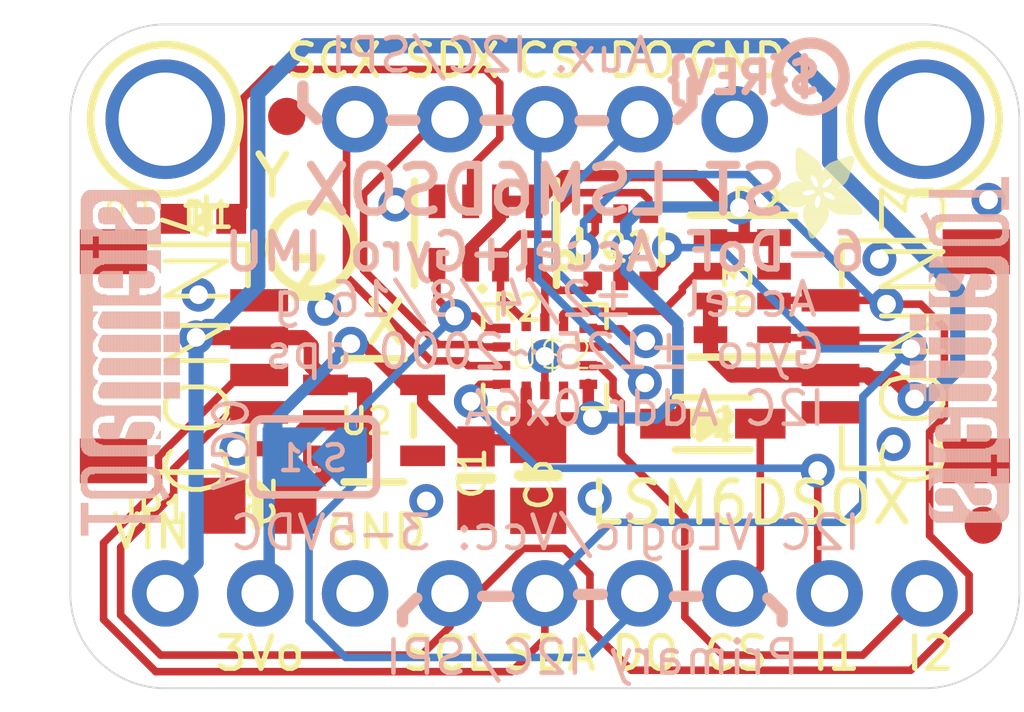
<source format=kicad_pcb>
(kicad_pcb (version 20241229) (generator "pcbnew") (generator_version "9.0")
  (layers (0 "F.Cu" signal) (2 "B.Cu" signal) (13 "F.Paste" user) (15 "B.Paste" user) (5 "F.SilkS" user "F.Silkscreen") (7 "B.SilkS" user "B.Silkscreen") (1 "F.Mask" user) (3 "B.Mask" user) (25 "Edge.Cuts" user))
  (net 0 "")
  (net 1 "GND")
  (net 2 "SDA")
  (net 3 "SCL")
  (net 4 "SCL_3V")
  (net 5 "SDA_3V")
  (net 6 "3.3V")
  (net 7 "VCC")
  (net 8 "N$1")
  (net 9 "INT1")
  (net 10 "INT2")
  (net 11 "SDO")
  (net 12 "SDX")
  (net 13 "SCX")
  (net 14 "OCS_AUX")
  (net 15 "SDO_AUX")
  (net 16 "CS_5V")
  (net 17 "CS_3V")
  (footprint "Adafruit_LSM6DSOX:SOD-323" (layer "F.Cu") (at 152.9969 106.807 180)
    (property "Reference" "D2" (at -0.719 0.397 0) (layer "F.SilkS") (effects (font (size 0.692831 0.692831) (thickness 0.119969)) (justify right top)))
    (property "Value" "1N4148")
    (pad "A" smd rect (at 1.27 0 180) (size 1.35 0.8) (layers "F.Cu" "F.Mask" "F.Paste") (net 17 "CS_3V"))
    (pad "C" smd rect (at -1.27 0 180) (size 1.35 0.8) (layers "F.Cu" "F.Mask" "F.Paste") (net 16 "CS_5V"))
  )
  (footprint "Adafruit_LSM6DSOX:0603-NO" (layer "F.Cu") (at 146.6596 108.2675 -90)
    (property "Reference" "C1" (at -0.889 0.508 90) (layer "F.SilkS") (effects (font (size 0.692831 0.692831) (thickness 0.119969)) (justify right top)))
    (property "Value" "0.1uF")
    (pad "1" smd rect (at -0.85 0 270) (size 1.075 1) (layers "F.Cu" "F.Mask" "F.Paste") (net 6 "3.3V"))
    (pad "2" smd rect (at 0.85 0 270) (size 1.075 1) (layers "F.Cu" "F.Mask" "F.Paste") (net 1 "GND"))
  )
  (footprint "Adafruit_LSM6DSOX:ADAFRUIT_2.5MM" (layer "F.Cu") (at 157.0101 99.4156 180)
    (property "Reference" "U$9" (hide yes))
    (property "Value" "" (hide yes))
  )
  (footprint "Adafruit_LSM6DSOX:0805-NO" (layer "F.Cu") (at 140.8176 109.0041 180)
    (property "Reference" "C2" (at -0.508 -0.635 90) (layer "F.SilkS") (effects (font (size 0.692831 0.692831) (thickness 0.119969)) (justify left bottom)))
    (property "Value" "10uF")
    (pad "1" smd rect (at -0.95 0 180) (size 1.24 1.5) (layers "F.Cu" "F.Mask" "F.Paste") (net 7 "VCC"))
    (pad "2" smd rect (at 0.95 0 180) (size 1.24 1.5) (layers "F.Cu" "F.Mask" "F.Paste") (net 1 "GND"))
  )
  (footprint "Adafruit_LSM6DSOX:JST_SH4" (layer "F.Cu") (at 158.6611 105.0036 90)
    (property "Reference" "CONN3" (at -3.711 0.704 90) (layer "F.SilkS") (effects (font (size 1.647139 1.647139) (thickness 0.130861)) (justify left bottom)))
    (property "Value" "STEMMA_I2C_QT" (hide yes))
    (pad "1" smd rect (at -1.5 -2.514 180) (size 1.55 0.6) (layers "F.Cu" "F.Mask" "F.Paste") (net 1 "GND"))
    (pad "2" smd rect (at -0.5 -2.514 180) (size 1.55 0.6) (layers "F.Cu" "F.Mask" "F.Paste") (net 7 "VCC"))
    (pad "3" smd rect (at 0.5 -2.514 180) (size 1.55 0.6) (layers "F.Cu" "F.Mask" "F.Paste") (net 2 "SDA"))
    (pad "4" smd rect (at 1.5 -2.514 180) (size 1.55 0.6) (layers "F.Cu" "F.Mask" "F.Paste") (net 3 "SCL"))
    (pad "MT1" smd rect (at -2.8 1.386 180) (size 1.8 1.2) (layers "F.Cu" "F.Mask" "F.Paste"))
    (pad "MT2" smd rect (at 2.8 1.386 180) (size 1.8 1.2) (layers "F.Cu" "F.Mask" "F.Paste"))
  )
  (footprint "Adafruit_LSM6DSOX:MOUNTINGHOLE_2.5_PLATED" (layer "F.Cu") (at 138.3411 98.6536)
    (property "Reference" "U$1" (hide yes))
    (property "Value" "MOUNTINGHOLE2.5" (hide yes))
    (pad "P$1" thru_hole circle (at 0 0) (size 3.2 3.2) (drill 2.5) (layers "*.Cu" "*.Mask"))
  )
  (footprint "Adafruit_LSM6DSOX:LGA-14L" (layer "F.Cu") (at 148.5011 105.0036)
    (property "Reference" "U$2" (at -0.984 0.405 0) (layer "F.SilkS") (effects (font (size 0.752978 0.752978) (thickness 0.059822)) (justify left bottom)))
    (property "Value" "LSM6DSOX")
    (fp_text user "." (at -2.159 -1.524 0) (layer "F.SilkS") (effects (font (size 1.63576 1.63576) (thickness 0.14224)) (justify left bottom)))
    (pad "1" smd rect (at -1.1625 -0.75) (size 0.475 0.25) (layers "F.Cu" "F.Mask" "F.Paste") (net 11 "SDO"))
    (pad "2" smd rect (at -1.1625 -0.25) (size 0.475 0.25) (layers "F.Cu" "F.Mask" "F.Paste") (net 12 "SDX"))
    (pad "3" smd rect (at -1.1625 0.25) (size 0.475 0.25) (layers "F.Cu" "F.Mask" "F.Paste") (net 13 "SCX"))
    (pad "4" smd rect (at -1.1625 0.75) (size 0.475 0.25) (layers "F.Cu" "F.Mask" "F.Paste") (net 9 "INT1"))
    (pad "5" smd rect (at -0.5 0.9125 90) (size 0.475 0.25) (layers "F.Cu" "F.Mask" "F.Paste") (net 6 "3.3V"))
    (pad "6" smd rect (at 0 0.9125 90) (size 0.475 0.25) (layers "F.Cu" "F.Mask" "F.Paste") (net 1 "GND"))
    (pad "7" smd rect (at 0.5 0.9125 90) (size 0.475 0.25) (layers "F.Cu" "F.Mask" "F.Paste") (net 1 "GND"))
    (pad "8" smd rect (at 1.1625 0.75 180) (size 0.475 0.25) (layers "F.Cu" "F.Mask" "F.Paste") (net 6 "3.3V"))
    (pad "9" smd rect (at 1.1625 0.25 180) (size 0.475 0.25) (layers "F.Cu" "F.Mask" "F.Paste") (net 10 "INT2"))
    (pad "10" smd rect (at 1.1625 -0.25 180) (size 0.475 0.25) (layers "F.Cu" "F.Mask" "F.Paste") (net 14 "OCS_AUX"))
    (pad "11" smd rect (at 1.1625 -0.75 180) (size 0.475 0.25) (layers "F.Cu" "F.Mask" "F.Paste") (net 15 "SDO_AUX"))
    (pad "12" smd rect (at 0.5 -0.9125 270) (size 0.475 0.25) (layers "F.Cu" "F.Mask" "F.Paste") (net 17 "CS_3V"))
    (pad "13" smd rect (at 0 -0.9125 270) (size 0.475 0.25) (layers "F.Cu" "F.Mask" "F.Paste") (net 4 "SCL_3V"))
    (pad "14" smd rect (at -0.5 -0.9125 270) (size 0.475 0.25) (layers "F.Cu" "F.Mask" "F.Paste") (net 5 "SDA_3V"))
  )
  (footprint "Adafruit_LSM6DSOX:MOUNTINGHOLE_2.5_PLATED" (layer "F.Cu") (at 158.6611 98.6536)
    (property "Reference" "U$17" (hide yes))
    (property "Value" "MOUNTINGHOLE2.5" (hide yes))
    (pad "P$1" thru_hole circle (at 0 0) (size 3.2 3.2) (drill 2.5) (layers "*.Cu" "*.Mask"))
  )
  (footprint "Adafruit_LSM6DSOX:SOT23-5" (layer "F.Cu") (at 143.9291 106.7181 -90)
    (property "Reference" "U2" (at -0.381 -0.562 0) (layer "F.SilkS") (effects (font (size 0.692831 0.692831) (thickness 0.119969)) (justify right top)))
    (property "Value" "AP2112K-3.3")
    (pad "1" smd rect (at -0.95 1.3001 270) (size 0.55 1.2) (layers "F.Cu" "F.Mask" "F.Paste") (net 7 "VCC"))
    (pad "2" smd rect (at 0 1.3001 270) (size 0.55 1.2) (layers "F.Cu" "F.Mask" "F.Paste") (net 1 "GND"))
    (pad "3" smd rect (at 0.95 1.3001 270) (size 0.55 1.2) (layers "F.Cu" "F.Mask" "F.Paste") (net 7 "VCC"))
    (pad "4" smd rect (at 0.95 -1.3001 270) (size 0.55 1.2) (layers "F.Cu" "F.Mask" "F.Paste"))
    (pad "5" smd rect (at -0.95 -1.3001 270) (size 0.55 1.2) (layers "F.Cu" "F.Mask" "F.Paste") (net 6 "3.3V"))
  )
  (footprint "Adafruit_LSM6DSOX:JST_SH4" (layer "F.Cu") (at 138.3411 105.0036 -90)
    (property "Reference" "CONN4" (at -4.6 0.069 90) (layer "F.SilkS") (effects (font (size 1.647139 1.647139) (thickness 0.130861)) (justify right top)))
    (property "Value" "STEMMA_I2C_QT" (hide yes))
    (pad "1" smd rect (at -1.5 -2.514) (size 1.55 0.6) (layers "F.Cu" "F.Mask" "F.Paste") (net 1 "GND"))
    (pad "2" smd rect (at -0.5 -2.514) (size 1.55 0.6) (layers "F.Cu" "F.Mask" "F.Paste") (net 7 "VCC"))
    (pad "3" smd rect (at 0.5 -2.514) (size 1.55 0.6) (layers "F.Cu" "F.Mask" "F.Paste") (net 2 "SDA"))
    (pad "4" smd rect (at 1.5 -2.514) (size 1.55 0.6) (layers "F.Cu" "F.Mask" "F.Paste") (net 3 "SCL"))
    (pad "MT1" smd rect (at -2.8 1.386) (size 1.8 1.2) (layers "F.Cu" "F.Mask" "F.Paste"))
    (pad "MT2" smd rect (at 2.8 1.386) (size 1.8 1.2) (layers "F.Cu" "F.Mask" "F.Paste"))
  )
  (footprint "Adafruit_LSM6DSOX:RESPACK_4X0603" (layer "F.Cu") (at 146.9136 101.7016 180)
    (property "Reference" "R2" (at -1.6 -1.6 0) (layer "F.SilkS") (effects (font (size 0.692831 0.692831) (thickness 0.119969)) (justify right top)))
    (property "Value" "10K")
    (pad "1" smd rect (at -1.3 0.85 180) (size 0.45 0.9) (layers "F.Cu" "F.Mask" "F.Paste") (net 6 "3.3V"))
    (pad "2" smd rect (at -0.4 0.85 180) (size 0.45 0.9) (layers "F.Cu" "F.Mask" "F.Paste") (net 6 "3.3V"))
    (pad "3" smd rect (at 0.4 0.85 180) (size 0.45 0.9) (layers "F.Cu" "F.Mask" "F.Paste") (net 8 "N$1"))
    (pad "4" smd rect (at 1.3 0.85 180) (size 0.45 0.9) (layers "F.Cu" "F.Mask" "F.Paste") (net 1 "GND"))
    (pad "5" smd rect (at 1.3 -0.85 180) (size 0.45 0.9) (layers "F.Cu" "F.Mask" "F.Paste") (net 11 "SDO"))
    (pad "6" smd rect (at 0.4 -0.85 180) (size 0.45 0.9) (layers "F.Cu" "F.Mask" "F.Paste") (net 6 "3.3V"))
    (pad "7" smd rect (at -0.4 -0.85 180) (size 0.45 0.9) (layers "F.Cu" "F.Mask" "F.Paste") (net 5 "SDA_3V"))
    (pad "8" smd rect (at -1.3 -0.85 180) (size 0.45 0.9) (layers "F.Cu" "F.Mask" "F.Paste") (net 4 "SCL_3V"))
  )
  (footprint "Adafruit_LSM6DSOX:1X05_ROUND_70" (layer "F.Cu") (at 148.5011 98.6536 180)
    (property "Reference" "JP2" (at -6.4262 -1.8288 0) (layer "F.SilkS") (effects (font (size 0.692831 0.692831) (thickness 0.119969)) (justify right top)))
    (property "Value" "")
    (pad "1" thru_hole circle (at -5.08 0 270) (size 1.778 1.778) (drill 1) (layers "*.Cu" "*.Mask") (net 1 "GND"))
    (pad "2" thru_hole circle (at -2.54 0 270) (size 1.778 1.778) (drill 1) (layers "*.Cu" "*.Mask") (net 15 "SDO_AUX"))
    (pad "3" thru_hole circle (at 0 0 270) (size 1.778 1.778) (drill 1) (layers "*.Cu" "*.Mask") (net 14 "OCS_AUX"))
    (pad "4" thru_hole circle (at 2.54 0 270) (size 1.778 1.778) (drill 1) (layers "*.Cu" "*.Mask") (net 12 "SDX"))
    (pad "5" thru_hole circle (at 5.08 0 270) (size 1.778 1.778) (drill 1) (layers "*.Cu" "*.Mask") (net 13 "SCX"))
  )
  (footprint "Adafruit_LSM6DSOX:FIDUCIAL_1MM" (layer "F.Cu") (at 160.2359 109.5248)
    (property "Reference" "FID4" (hide yes))
    (property "Value" "FIDUCIAL_1MM" (hide yes))
    (pad "1" smd roundrect (at 0 0) (size 1 1) (layers "F.Cu" "F.Mask") (roundrect_rratio 0.5))
  )
  (footprint "Adafruit_LSM6DSOX:0805-NO" (layer "F.Cu") (at 148.3233 108.1913 -90)
    (property "Reference" "C3" (at -0.508 0.381 90) (layer "F.SilkS") (effects (font (size 0.692831 0.692831) (thickness 0.119969)) (justify right top)))
    (property "Value" "10uF")
    (pad "1" smd rect (at -0.95 0 270) (size 1.24 1.5) (layers "F.Cu" "F.Mask" "F.Paste") (net 6 "3.3V"))
    (pad "2" smd rect (at 0.95 0 270) (size 1.24 1.5) (layers "F.Cu" "F.Mask" "F.Paste") (net 1 "GND"))
  )
  (footprint "Adafruit_LSM6DSOX:RESPACK_4X0603" (layer "F.Cu") (at 153.7843 103.124 90)
    (property "Reference" "R3" (at -0.838 0.305 90) (layer "F.SilkS") (effects (font (size 0.692831 0.692831) (thickness 0.119969)) (justify left bottom)))
    (property "Value" "10K")
    (pad "1" smd rect (at -1.3 0.85 90) (size 0.45 0.9) (layers "F.Cu" "F.Mask" "F.Paste") (net 2 "SDA"))
    (pad "2" smd rect (at -0.4 0.85 90) (size 0.45 0.9) (layers "F.Cu" "F.Mask" "F.Paste") (net 3 "SCL"))
    (pad "3" smd rect (at 0.4 0.85 90) (size 0.45 0.9) (layers "F.Cu" "F.Mask" "F.Paste") (net 6 "3.3V"))
    (pad "4" smd rect (at 1.3 0.85 90) (size 0.45 0.9) (layers "F.Cu" "F.Mask" "F.Paste") (net 6 "3.3V"))
    (pad "5" smd rect (at 1.3 -0.85 90) (size 0.45 0.9) (layers "F.Cu" "F.Mask" "F.Paste") (net 6 "3.3V"))
    (pad "6" smd rect (at 0.4 -0.85 90) (size 0.45 0.9) (layers "F.Cu" "F.Mask" "F.Paste") (net 17 "CS_3V"))
    (pad "7" smd rect (at -0.4 -0.85 90) (size 0.45 0.9) (layers "F.Cu" "F.Mask" "F.Paste") (net 7 "VCC"))
    (pad "8" smd rect (at -1.3 -0.85 90) (size 0.45 0.9) (layers "F.Cu" "F.Mask" "F.Paste") (net 7 "VCC"))
  )
  (footprint "Adafruit_LSM6DSOX:CHIPLED_0603_NOOUTLINE" (layer "F.Cu") (at 139.3571 101.3206 90)
    (property "Reference" "D1" (at 0.508 0.889 0) (layer "F.SilkS") (effects (font (size 0.692831 0.692831) (thickness 0.119969)) (justify right top)))
    (property "Value" "GREEN")
    (pad "A" smd rect (at 0 0.75 90) (size 0.8 0.8) (layers "F.Cu" "F.Mask" "F.Paste") (net 8 "N$1"))
    (pad "C" smd rect (at 0 -0.75 90) (size 0.8 0.8) (layers "F.Cu" "F.Mask" "F.Paste") (net 1 "GND"))
  )
  (footprint "Adafruit_LSM6DSOX:FIDUCIAL_1MM" (layer "F.Cu") (at 141.5923 98.5774)
    (property "Reference" "FID3" (hide yes))
    (property "Value" "FIDUCIAL_1MM" (hide yes))
    (pad "1" smd roundrect (at 0 0) (size 1 1) (layers "F.Cu" "F.Mask") (roundrect_rratio 0.5))
  )
  (footprint "Adafruit_LSM6DSOX:1X09_ROUND_70" (layer "F.Cu") (at 148.5011 111.3536)
    (property "Reference" "JP1" (at -11.5062 -1.8288 0) (layer "F.SilkS") (effects (font (size 0.692831 0.692831) (thickness 0.119969)) (justify left bottom)))
    (property "Value" "")
    (pad "1" thru_hole circle (at -10.16 0 90) (size 1.778 1.778) (drill 1) (layers "*.Cu" "*.Mask") (net 7 "VCC"))
    (pad "2" thru_hole circle (at -7.62 0 90) (size 1.778 1.778) (drill 1) (layers "*.Cu" "*.Mask") (net 6 "3.3V"))
    (pad "3" thru_hole circle (at -5.08 0 90) (size 1.778 1.778) (drill 1) (layers "*.Cu" "*.Mask") (net 1 "GND"))
    (pad "4" thru_hole circle (at -2.54 0 90) (size 1.778 1.778) (drill 1) (layers "*.Cu" "*.Mask") (net 3 "SCL"))
    (pad "5" thru_hole circle (at 0 0 90) (size 1.778 1.778) (drill 1) (layers "*.Cu" "*.Mask") (net 2 "SDA"))
    (pad "6" thru_hole circle (at 2.54 0 90) (size 1.778 1.778) (drill 1) (layers "*.Cu" "*.Mask") (net 11 "SDO"))
    (pad "7" thru_hole circle (at 5.08 0 90) (size 1.778 1.778) (drill 1) (layers "*.Cu" "*.Mask") (net 16 "CS_5V"))
    (pad "8" thru_hole circle (at 7.62 0 90) (size 1.778 1.778) (drill 1) (layers "*.Cu" "*.Mask") (net 9 "INT1"))
    (pad "9" thru_hole circle (at 10.16 0 90) (size 1.778 1.778) (drill 1) (layers "*.Cu" "*.Mask") (net 10 "INT2"))
  )
  (footprint "Adafruit_LSM6DSOX:SOT363" (layer "F.Cu") (at 150.5331 102.0826)
    (property "Reference" "Q2" (at -0.635 0.381 0) (layer "F.SilkS") (effects (font (size 0.692831 0.692831) (thickness 0.119969)) (justify left bottom)))
    (property "Value" "BSS138")
    (pad "1" smd rect (at -0.75 0.9) (size 0.5 0.5) (layers "F.Cu" "F.Mask" "F.Paste") (net 4 "SCL_3V"))
    (pad "2" smd rect (at 0 0.9) (size 0.4 0.5) (layers "F.Cu" "F.Mask" "F.Paste") (net 6 "3.3V"))
    (pad "3" smd rect (at 0.75 0.9) (size 0.5 0.5) (layers "F.Cu" "F.Mask" "F.Paste") (net 2 "SDA"))
    (pad "4" smd rect (at 0.75 -0.9) (size 0.5 0.5) (layers "F.Cu" "F.Mask" "F.Paste") (net 5 "SDA_3V"))
    (pad "5" smd rect (at 0 -0.9) (size 0.4 0.5) (layers "F.Cu" "F.Mask" "F.Paste") (net 6 "3.3V"))
    (pad "6" smd rect (at -0.75 -0.9) (size 0.5 0.5) (layers "F.Cu" "F.Mask" "F.Paste") (net 3 "SCL"))
  )
  (footprint "Adafruit_LSM6DSOX:STEMMAQT" (layer "B.Cu") (at 138.7221 100.5586 -90)
    (property "Reference" "U$31" (hide yes))
    (property "Value" "" (hide yes))
  )
  (footprint "Adafruit_LSM6DSOX:PCBFEAT-REV-040" (layer "B.Cu") (at 155.6131 97.5106 180)
    (property "Reference" "U$25" (hide yes))
    (property "Value" "" (hide yes))
    (fp_text user "${REV}" (at -0.3556 -0.508 0) (layer "B.SilkS") (effects (font (size 0.8128 0.8128) (thickness 0.2032)) (justify left bottom mirror)))
  )
  (footprint "Adafruit_LSM6DSOX:STEMMAQT" (layer "B.Cu") (at 158.2801 109.4486 90)
    (property "Reference" "U$30" (hide yes))
    (property "Value" "" (hide yes))
  )
  (footprint "Adafruit_LSM6DSOX:SOLDERJUMPER_ARROW_NOPASTE" (layer "B.Cu") (at 142.3416 107.696 180)
    (property "Reference" "SJ1" (at -0.9525 -0.4445 -0) (layer "B.SilkS") (effects (font (size 0.692831 0.692831) (thickness 0.119969)) (justify left bottom mirror)))
    (property "Value" "")
    (fp_poly (pts (xy 1.3946 -0.7882) (xy -0.315893 -0.7882) (xy 0.443148 0) (xy -0.315893 0.7882) (xy 1.3946 0.7882)) (fill yes) (layer "B.Cu"))
    (fp_poly (pts (xy 0.106121 -0.002663) (xy -0.679416 -0.7882) (xy -1.3946 -0.7882) (xy -1.3946 0.7882) (xy -0.62715 0.7882)) (fill yes) (layer "B.Cu"))
    (pad "1" smd roundrect (at -1.016 0 180) (size 0.762 1.524) (layers "B.Cu") (net 11 "SDO"))
    (pad "2" smd roundrect (at 1.016 0 180) (size 0.762 1.524) (layers "B.Cu") (net 6 "3.3V"))
  )
  (gr_arc (start 143.4251 102.0836) (mid 143.090323 102.891823) (end 142.2821 103.2266) (stroke (width 0.254)) (layer "F.SilkS"))
  (gr_arc (start 142.2821 103.2266) (mid 141.473877 102.891823) (end 141.1391 102.0836) (stroke (width 0.254)) (layer "F.SilkS"))
  (gr_arc (start 141.1391 102.0836) (mid 141.473877 101.275377) (end 142.2821 100.9406) (stroke (width 0.254)) (layer "F.SilkS"))
  (gr_arc (start 142.2821 100.9406) (mid 143.096188 101.269514) (end 143.4251 102.083602) (stroke (width 0.254)) (layer "F.SilkS"))
  (gr_line (start 152.4381 98.2726) (end 152.4381 97.6376) (stroke (width 0.3048)) (layer "B.SilkS"))
  (gr_line (start 146.9009 98.679) (end 147.5359 98.679) (stroke (width 0.3048)) (layer "B.SilkS"))
  (gr_line (start 147.5359 111.4298) (end 146.8374 111.4298) (stroke (width 0.3048)) (layer "B.SilkS"))
  (gr_line (start 152.6032 111.4298) (end 151.9682 111.4298) (stroke (width 0.3048)) (layer "B.SilkS"))
  (gr_line (start 144.3863 98.679) (end 145.0213 98.679) (stroke (width 0.3048)) (layer "B.SilkS"))
  (gr_line (start 149.4409 98.6917) (end 150.0759 98.6917) (stroke (width 0.3048)) (layer "B.SilkS"))
  (gr_line (start 142.4051 98.6536) (end 142.0241 98.2726) (stroke (width 0.3048)) (layer "B.SilkS"))
  (gr_line (start 150.0378 111.379) (end 149.4028 111.379) (stroke (width 0.3048)) (layer "B.SilkS"))
  (gr_line (start 154.4701 111.4806) (end 154.8511 111.8616) (stroke (width 0.3048)) (layer "B.SilkS"))
  (gr_line (start 145.0721 111.4806) (end 144.6911 111.8616) (stroke (width 0.3048)) (layer "B.SilkS"))
  (gr_line (start 142.0241 98.2726) (end 142.0241 97.7646) (stroke (width 0.3048)) (layer "B.SilkS"))
  (gr_line (start 154.8511 111.8616) (end 154.8511 112.1156) (stroke (width 0.3048)) (layer "B.SilkS"))
  (gr_line (start 144.6911 111.8616) (end 144.6911 112.1156) (stroke (width 0.3048)) (layer "B.SilkS"))
  (gr_line (start 152.0571 98.6536) (end 152.4381 98.2726) (stroke (width 0.3048)) (layer "B.SilkS"))
  (gr_arc (start 135.8011 98.6536) (mid 136.545049 96.857549) (end 138.3411 96.1136) (stroke (width 0.05)) (layer "Edge.Cuts"))
  (gr_line (start 158.6611 96.1136) (end 138.3411 96.1136) (stroke (width 0.05)) (layer "Edge.Cuts"))
  (gr_line (start 138.3411 113.8936) (end 158.6611 113.8936) (stroke (width 0.05)) (layer "Edge.Cuts"))
  (gr_arc (start 158.6611 96.1136) (mid 160.457151 96.857549) (end 161.2011 98.6536) (stroke (width 0.05)) (layer "Edge.Cuts"))
  (gr_line (start 135.8011 98.6536) (end 135.8011 111.3536) (stroke (width 0.05)) (layer "Edge.Cuts"))
  (gr_line (start 161.2011 111.3536) (end 161.2011 98.6536) (stroke (width 0.05)) (layer "Edge.Cuts"))
  (gr_arc (start 138.3411 113.8936) (mid 136.545049 113.149651) (end 135.8011 111.3536) (stroke (width 0.05)) (layer "Edge.Cuts"))
  (gr_arc (start 161.2011 111.3536) (mid 160.457151 113.149651) (end 158.6611 113.8936) (stroke (width 0.05)) (layer "Edge.Cuts"))
  (gr_text "LSM6DSOX" (at 154.0002 108.9279 0) (layer "F.SilkS") (effects (font (size 1.1049 1.1049) (thickness 0.1651))))
  (gr_text "3Vo" (at 140.8811 112.96015 0) (layer "F.SilkS") (effects (font (size 0.87376 0.87376) (thickness 0.14224))))
  (gr_text "Y" (at 140.6231 100.8116 0) (layer "F.SilkS") (effects (font (size 1.0922 1.0922) (thickness 0.1778)) (justify left bottom)))
  (gr_text "SDX" (at 146.0119 97.08515 0) (layer "F.SilkS") (effects (font (size 0.87376 0.87376) (thickness 0.14224))))
  (gr_text "GND" (at 143.9926 109.7026 0) (layer "F.SilkS") (effects (font (size 0.87376 0.87376) (thickness 0.14224))))
  (gr_text "SCX" (at 142.8496 97.08515 0) (layer "F.SilkS") (effects (font (size 0.87376 0.87376) (thickness 0.14224))))
  (gr_text "I1" (at 156.2989 112.96015 0) (layer "F.SilkS") (effects (font (size 0.87376 0.87376) (thickness 0.14224))))
  (gr_text "CS" (at 153.6065 112.96015 0) (layer "F.SilkS") (effects (font (size 0.87376 0.87376) (thickness 0.14224))))
  (gr_text "DO" (at 151.1046 97.08515 0) (layer "F.SilkS") (effects (font (size 0.87376 0.87376) (thickness 0.14224))))
  (gr_text "Z" (at 141.517681 103.52886 0) (layer "F.SilkS") (effects (font (size 1.016 1.016) (thickness 0.254)) (justify left bottom)))
  (gr_text "VIN" (at 137.9601 109.7026 0) (layer "F.SilkS") (effects (font (size 0.87376 0.87376) (thickness 0.14224))))
  (gr_text "on" (at 136.6266 101.3841 0) (layer "F.SilkS") (effects (font (size 0.715264 0.715264) (thickness 0.097536)) (justify left bottom)))
  (gr_text "DO" (at 151.1808 112.96015 0) (layer "F.SilkS") (effects (font (size 0.87376 0.87376) (thickness 0.14224))))
  (gr_text "GND" (at 153.6446 97.08515 0) (layer "F.SilkS") (effects (font (size 0.87376 0.87376) (thickness 0.14224))))
  (gr_text "SCL" (at 145.8976 112.96015 0) (layer "F.SilkS") (effects (font (size 0.87376 0.87376) (thickness 0.14224))))
  (gr_text "SDA" (at 148.6281 112.96015 0) (layer "F.SilkS") (effects (font (size 0.87376 0.87376) (thickness 0.14224))))
  (gr_text "X" (at 143.59395 104.747552 0) (layer "F.SilkS") (effects (font (size 1.0922 1.0922) (thickness 0.1778)) (justify left bottom)))
  (gr_text "CS" (at 148.6027 97.08515 0) (layer "F.SilkS") (effects (font (size 0.87376 0.87376) (thickness 0.14224))))
  (gr_text "I2" (at 158.8135 112.96015 0) (layer "F.SilkS") (effects (font (size 0.87376 0.87376) (thickness 0.14224))))
  (gr_text "Primary I2C/SPI" (at 149.7711 113.0681 -0) (layer "B.SilkS") (effects (font (size 0.89408 0.89408) (thickness 0.12192)) (justify mirror)))
  (gr_text "Accel  ±2/4/8/16 g" (at 148.5011 103.4796 0) (layer "B.SilkS") (effects (font (size 0.89408 0.89408) (thickness 0.12192)) (justify mirror)))
  (gr_text "Gyro ±125~~2000 dps" (at 148.5011 104.8766 0) (layer "B.SilkS") (effects (font (size 0.89408 0.89408) (thickness 0.12192)) (justify mirror)))
  (gr_text "Aux. I2C/SPI" (at 147.1041 96.9391 -0) (layer "B.SilkS") (effects (font (size 0.89408 0.89408) (thickness 0.12192)) (justify mirror)))
  (gr_text "I2C VLogic/Vcc: 3-5VDC" (at 148.5138 109.728 -0) (layer "B.SilkS") (effects (font (size 0.89408 0.89408) (thickness 0.12192)) (justify mirror)))
  (gr_text "AD0" (at 140.0302 107.3531 -90) (layer "B.SilkS") (effects (font (size 0.89408 0.89408) (thickness 0.12192)) (justify mirror)))
  (gr_text "6-DoF Accel+Gyro IMU" (at 148.5011 102.2096 -0) (layer "B.SilkS") (effects (font (size 0.97155 0.97155) (thickness 0.17145)) (justify mirror)))
  (gr_text "I2C Addr 0x6A" (at 151.1681 106.4006 0) (layer "B.SilkS") (effects (font (size 0.89408 0.89408) (thickness 0.12192)) (justify mirror)))
  (gr_text "ST LSM6DSOX" (at 148.5011 100.5586 0) (layer "B.SilkS") (effects (font (size 1.25222 1.25222) (thickness 0.22098)) (justify mirror)))
  (segment (start 142.629 106.7181) (end 142.5509 106.7962) (width 0.4064) (layer "F.Cu") (net 1))
  (segment (start 148.5011 105.9161) (end 148.5011 105.0036) (width 0.2032) (layer "F.Cu") (net 1))
  (segment (start 141.430762 107.4801) (end 140.2461 107.4801) (width 0.4064) (layer "F.Cu") (net 1))
  (segment (start 142.5509 106.7962) (end 142.114662 106.7962) (width 0.254) (layer "F.Cu") (net 1))
  (segment (start 142.114662 106.7962) (end 141.430762 107.4801) (width 0.254) (layer "F.Cu") (net 1))
  (via (at 157.8356 107.3531) (size 0.9064) (drill 0.5) (layers "F.Cu" "B.Cu") (net 1))
  (via (at 148.5011 105.0036) (size 0.9064) (drill 0.5) (layers "F.Cu" "B.Cu") (net 1))
  (via (at 139.2301 103.3526) (size 0.9064) (drill 0.5) (layers "F.Cu" "B.Cu") (net 1))
  (via (at 160.3756 100.8126) (size 0.9064) (drill 0.5) (layers "F.Cu" "B.Cu") (net 1))
  (via (at 144.5006 100.9396) (size 0.9064) (drill 0.5) (layers "F.Cu" "B.Cu") (net 1))
  (via (at 145.3261 108.8771) (size 0.9064) (drill 0.5) (layers "F.Cu" "B.Cu") (net 1))
  (via (at 142.5956 103.7336) (size 0.9064) (drill 0.5) (layers "F.Cu" "B.Cu") (net 1))
  (via (at 140.2461 107.4801) (size 0.9064) (drill 0.5) (layers "F.Cu" "B.Cu") (net 1))
  (via (at 157.4546 102.4001) (size 0.9064) (drill 0.5) (layers "F.Cu" "B.Cu") (net 1))
  (via (at 149.8346 108.8136) (size 0.9064) (drill 0.5) (layers "F.Cu" "B.Cu") (net 1))
  (segment (start 138.0871 113.4491) (end 147.6121 113.4491) (width 0.2032) (layer "F.Cu") (net 2))
  (segment (start 156.1471 104.5036) (end 154.7139 104.5036) (width 0.2032) (layer "F.Cu") (net 2))
  (segment (start 136.6901 109.99965) (end 136.6901 112.0521) (width 0.2032) (layer "F.Cu") (net 2))
  (segment (start 140.8551 105.5036) (end 140.34905 105.5036) (width 0.2032) (layer "F.Cu") (net 2))
  (segment (start 136.6901 112.0521) (end 138.0871 113.4491) (width 0.2032) (layer "F.Cu") (net 2))
  (segment (start 140.34905 105.5036) (end 138.1599 107.69275) (width 0.2032) (layer "F.Cu") (net 2))
  (segment (start 151.2831 102.9826) (end 151.7731 102.4926) (width 0.2032) (layer "F.Cu") (net 2))
  (segment (start 148.5011 112.5601) (end 148.5011 111.3536) (width 0.2032) (layer "F.Cu") (net 2))
  (segment (start 158.2928 104.5036) (end 158.2928 104.8004) (width 0.2032) (layer "F.Cu") (net 2))
  (segment (start 138.1599 108.52985) (end 136.6901 109.99965) (width 0.2032) (layer "F.Cu") (net 2))
  (segment (start 151.7731 102.4926) (end 151.7731 102.091738) (width 0.2032) (layer "F.Cu") (net 2))
  (segment (start 154.6343 104.424) (end 154.7139 104.5036) (width 0.2032) (layer "F.Cu") (net 2))
  (segment (start 156.1471 104.5036) (end 158.2928 104.5036) (width 0.2032) (layer "F.Cu") (net 2))
  (segment (start 138.1599 107.69275) (end 138.1599 108.52985) (width 0.2032) (layer "F.Cu") (net 2))
  (segment (start 147.6121 113.4491) (end 148.5011 112.5601) (width 0.2032) (layer "F.Cu") (net 2))
  (via (at 151.7731 102.091738) (size 0.8064) (drill 0.4) (layers "F.Cu" "B.Cu") (net 2))
  (via (at 158.2928 104.8004) (size 0.9064) (drill 0.5) (layers "F.Cu" "B.Cu") (net 2))
  (segment (start 158.2928 104.8004) (end 157.0101 106.0831) (width 0.2032) (layer "B.Cu") (net 2))
  (segment (start 156.5021 109.4486) (end 150.2791 109.4486) (width 0.2032) (layer "B.Cu") (net 2))
  (segment (start 158.2928 104.8004) (end 155.9179 104.8004) (width 0.2032) (layer "B.Cu") (net 2))
  (segment (start 153.209237 102.091738) (end 155.9179 104.8004) (width 0.2032) (layer "B.Cu") (net 2))
  (segment (start 157.0101 108.9406) (end 156.5021 109.4486) (width 0.2032) (layer "B.Cu") (net 2))
  (segment (start 157.0101 106.0831) (end 157.0101 108.9406) (width 0.2032) (layer "B.Cu") (net 2))
  (segment (start 148.5011 111.2266) (end 148.5011 111.3536) (width 0.2032) (layer "B.Cu") (net 2))
  (segment (start 151.7731 102.091738) (end 153.209237 102.091738) (width 0.2032) (layer "B.Cu") (net 2))
  (segment (start 150.2791 109.4486) (end 148.5011 111.2266) (width 0.2032) (layer "B.Cu") (net 2))
  (segment (start 149.7076 110.8456) (end 149.7076 112.3061) (width 0.2032) (layer "F.Cu") (net 3))
  (segment (start 147.92405 110.1471) (end 146.71755 111.3536) (width 0.2032) (layer "F.Cu") (net 3))
  (segment (start 149.8466 101.676013) (end 149.538937 101.983675) (width 0.2032) (layer "F.Cu") (net 3))
  (segment (start 140.8551 106.5036) (end 140.0796 106.5036) (width 0.2032) (layer "F.Cu") (net 3))
  (segment (start 145.9611 112.2426) (end 145.9611 111.3536) (width 0.2032) (layer "F.Cu") (net 3))
  (segment (start 138.5663 108.0169) (end 138.5663 108.698188) (width 0.2032) (layer "F.Cu") (net 3))
  (segment (start 149.7076 112.3061) (end 150.8125 113.411) (width 0.2032) (layer "F.Cu") (net 3))
  (segment (start 149.7831 101.1826) (end 149.8466 101.2461) (width 0.2032) (layer "F.Cu") (net 3))
  (segment (start 158.5595 103.6066) (end 157.6451 103.6066) (width 0.2032) (layer "F.Cu") (net 3))
  (segment (start 147.92405 110.1471) (end 149.0091 110.1471) (width 0.2032) (layer "F.Cu") (net 3))
  (segment (start 159.1945 104.2416) (end 158.5595 103.6066) (width 0.2032) (layer "F.Cu") (net 3))
  (segment (start 140.0796 106.5036) (end 138.5663 108.0169) (width 0.2032) (layer "F.Cu") (net 3))
  (segment (start 149.8466 101.2461) (end 149.8466 101.676013) (width 0.2032) (layer "F.Cu") (net 3))
  (segment (start 145.9611 111.3536) (end 146.71755 111.3536) (width 0.2032) (layer "F.Cu") (net 3))
  (segment (start 158.798034 107.025666) (end 159.1945 106.6292) (width 0.2032) (layer "F.Cu") (net 3))
  (segment (start 145.1991 113.0046) (end 145.9611 112.2426) (width 0.2032) (layer "F.Cu") (net 3))
  (segment (start 149.538937 102.0826) (end 149.538937 101.983675) (width 0.2032) (layer "F.Cu") (net 3))
  (segment (start 137.1473 111.934563) (end 138.217337 113.0046) (width 0.2032) (layer "F.Cu") (net 3))
  (segment (start 158.291993 113.411) (end 159.8549 111.848094) (width 0.2032) (layer "F.Cu") (net 3))
  (segment (start 154.6343 103.524) (end 154.6547 103.5036) (width 0.2032) (layer "F.Cu") (net 3))
  (segment (start 138.217337 113.0046) (end 145.1991 113.0046) (width 0.2032) (layer "F.Cu") (net 3))
  (segment (start 150.8125 113.411) (end 158.291993 113.411) (width 0.2032) (layer "F.Cu") (net 3))
  (segment (start 138.5663 108.698188) (end 137.1473 110.117188) (width 0.2032) (layer "F.Cu") (net 3))
  (segment (start 157.5421 103.5036) (end 157.6451 103.6066) (width 0.2032) (layer "F.Cu") (net 3))
  (segment (start 156.1471 103.5036) (end 154.6547 103.5036) (width 0.2032) (layer "F.Cu") (net 3))
  (segment (start 156.1471 103.5036) (end 157.5421 103.5036) (width 0.2032) (layer "F.Cu") (net 3))
  (segment (start 149.0091 110.1471) (end 149.7076 110.8456) (width 0.2032) (layer "F.Cu") (net 3))
  (segment (start 159.8549 110.859107) (end 158.798034 109.802241) (width 0.2032) (layer "F.Cu") (net 3))
  (segment (start 159.8549 111.848094) (end 159.8549 110.859107) (width 0.2032) (layer "F.Cu") (net 3))
  (segment (start 137.1473 110.117188) (end 137.1473 111.934563) (width 0.2032) (layer "F.Cu") (net 3))
  (segment (start 158.798034 109.802241) (end 158.798034 107.025666) (width 0.2032) (layer "F.Cu") (net 3))
  (segment (start 159.1945 106.6292) (end 159.1945 104.2416) (width 0.2032) (layer "F.Cu") (net 3))
  (via (at 157.6451 103.6066) (size 0.9064) (drill 0.5) (layers "F.Cu" "B.Cu") (net 3))
  (via (at 149.538937 102.0826) (size 0.8064) (drill 0.4) (layers "F.Cu" "B.Cu") (net 3))
  (segment (start 153.920437 100.135938) (end 150.807559 100.135938) (width 0.2032) (layer "B.Cu") (net 3))
  (segment (start 157.6451 103.6066) (end 157.3911 103.6066) (width 0.2032) (layer "B.Cu") (net 3))
  (segment (start 149.538937 101.40456) (end 149.538937 102.0826) (width 0.2032) (layer "B.Cu") (net 3))
  (segment (start 150.807559 100.135938) (end 149.538937 101.40456) (width 0.2032) (layer "B.Cu") (net 3))
  (segment (start 157.3911 103.6066) (end 153.920437 100.135938) (width 0.2032) (layer "B.Cu") (net 3))
  (segment (start 149.7831 103.236597) (end 149.783096 103.2366) (width 0.2032) (layer "F.Cu") (net 4))
  (segment (start 148.5011 104.0911) (end 148.5011 102.8391) (width 0.2032) (layer "F.Cu") (net 4))
  (segment (start 148.2136 102.5516) (end 148.8986 103.2366) (width 0.2032) (layer "F.Cu") (net 4))
  (segment (start 149.783096 103.2366) (end 148.8986 103.2366) (width 0.2032) (layer "F.Cu") (net 4))
  (segment (start 148.5011 102.8391) (end 148.2136 102.5516) (width 0.2032) (layer "F.Cu") (net 4))
  (segment (start 149.7831 102.9826) (end 149.7831 103.236597) (width 0.2032) (layer "F.Cu") (net 4))
  (segment (start 151.2831 100.8006) (end 151.1046 100.6221) (width 0.2032) (layer "F.Cu") (net 5))
  (segment (start 147.3136 102.2541) (end 147.8343 101.7334) (width 0.2032) (layer "F.Cu") (net 5))
  (segment (start 147.8343 101.7334) (end 148.8069 101.7334) (width 0.2032) (layer "F.Cu") (net 5))
  (segment (start 148.0011 104.0911) (end 147.3136 103.4036) (width 0.2032) (layer "F.Cu") (net 5))
  (segment (start 151.1046 100.6221) (end 149.3266 100.6221) (width 0.2032) (layer "F.Cu") (net 5))
  (segment (start 151.2831 100.8006) (end 151.2831 101.1826) (width 0.2032) (layer "F.Cu") (net 5))
  (segment (start 147.3136 102.5516) (end 147.3136 102.2541) (width 0.2032) (layer "F.Cu") (net 5))
  (segment (start 149.3266 100.6221) (end 148.8069 101.1418) (width 0.2032) (layer "F.Cu") (net 5))
  (segment (start 148.8069 101.7334) (end 148.8069 101.1418) (width 0.2032) (layer "F.Cu") (net 5))
  (segment (start 147.3136 103.4036) (end 147.3136 102.5516) (width 0.2032) (layer "F.Cu") (net 5))
  (segment (start 146.8358 107.2413) (end 148.3233 107.2413) (width 0.3048) (layer "F.Cu") (net 6))
  (segment (start 146.6596 107.4175) (end 146.8358 107.2413) (width 0.3048) (layer "F.Cu") (net 6))
  (segment (start 146.4065 107.4175) (end 146.6596 107.4175) (width 0.3048) (layer "F.Cu") (net 6))
  (segment (start 147.3136 101.3016) (end 147.3136 100.8516) (width 0.3048) (layer "F.Cu") (net 6))
  (segment (start 148.2136 100.8516) (end 147.3136 100.8516) (width 0.3048) (layer "F.Cu") (net 6))
  (segment (start 145.2292 105.7681) (end 145.2292 106.2402) (width 0.3048) (layer "F.Cu") (net 6))
  (segment (start 154.6297 101.824) (end 154.6343 101.8286) (width 0.3048) (layer "F.Cu") (net 6))
  (segment (start 144.728087 105.7681) (end 145.2292 105.7681) (width 0.3048) (layer "F.Cu") (net 6))
  (segment (start 152.9343 101.824) (end 153.8351 101.824) (width 0.3048) (layer "F.Cu") (net 6))
  (segment (start 149.6636 105.7536) (end 149.6636 106.5716) (width 0.3048) (layer "F.Cu") (net 6))
  (segment (start 152.5307 100.1649) (end 149.0273 100.1649) (width 0.3048) (layer "F.Cu") (net 6))
  (segment (start 144.728087 105.7681) (end 143.6243 104.664313) (width 0.3048) (layer "F.Cu") (net 6))
  (segment (start 146.5136 102.1016) (end 147.3136 101.3016) (width 0.3048) (layer "F.Cu") (net 6))
  (segment (start 149.0273 100.1649) (end 148.3406 100.8516) (width 0.3048) (layer "F.Cu") (net 6))
  (segment (start 154.6343 102.724) (end 154.6343 101.8286) (width 0.3048) (layer "F.Cu") (net 6))
  (segment (start 153.7081 101.0205) (end 153.3863 101.0205) (width 0.3048) (layer "F.Cu") (net 6))
  (segment (start 149.5806 106.6546) (end 149.7711 106.6546) (width 0.3048) (layer "F.Cu") (net 6))
  (segment (start 150.5331 102.218738) (end 150.5331 102.9826) (width 0.3048) (layer "F.Cu") (net 6))
  (segment (start 153.7081 101.0205) (end 153.8351 101.1475) (width 0.3048) (layer "F.Cu") (net 6))
  (segment (start 153.8351 101.1475) (end 153.8351 101.824) (width 0.3048) (layer "F.Cu") (net 6))
  (segment (start 150.669237 102.0826) (end 150.5331 102.218738) (width 0.3048) (layer "F.Cu") (net 6))
  (segment (start 150.669237 101.318738) (end 150.669237 102.0826) (width 0.3048) (layer "F.Cu") (net 6))
  (segment (start 146.5136 102.5516) (end 146.5136 102.1016) (width 0.3048) (layer "F.Cu") (net 6))
  (segment (start 148.91 106.6546) (end 149.5806 106.6546) (width 0.3048) (layer "F.Cu") (net 6))
  (segment (start 153.3863 101.0205) (end 152.5307 100.1649) (width 0.3048) (layer "F.Cu") (net 6))
  (segment (start 145.2292 106.2402) (end 146.4065 107.4175) (width 0.3048) (layer "F.Cu") (net 6))
  (segment (start 148.3233 107.2413) (end 148.0011 106.9191) (width 0.3048) (layer "F.Cu") (net 6))
  (segment (start 148.2136 100.8516) (end 148.3406 100.8516) (width 0.3048) (layer "F.Cu") (net 6))
  (segment (start 148.0011 105.9161) (end 148.0011 106.9191) (width 0.3048) (layer "F.Cu") (net 6))
  (segment (start 143.3068 104.664313) (end 143.6243 104.664313) (width 0.3048) (layer "F.Cu") (net 6))
  (segment (start 154.6343 101.8286) (end 154.6343 101.824) (width 0.3048) (layer "F.Cu") (net 6))
  (segment (start 153.8351 101.824) (end 154.6297 101.824) (width 0.3048) (layer "F.Cu") (net 6))
  (segment (start 150.5331 101.1826) (end 150.669237 101.318738) (width 0.3048) (layer "F.Cu") (net 6))
  (segment (start 149.6636 106.5716) (end 149.5806 106.6546) (width 0.3048) (layer "F.Cu") (net 6))
  (segment (start 148.3233 107.2413) (end 148.91 106.6546) (width 0.3048) (layer "F.Cu") (net 6))
  (via (at 143.3068 104.664313) (size 0.9064) (drill 0.5) (layers "F.Cu" "B.Cu") (net 6))
  (via (at 153.7081 101.0205) (size 0.9064) (drill 0.5) (layers "F.Cu" "B.Cu") (net 6))
  (via (at 150.669237 102.0826) (size 0.8064) (drill 0.4) (layers "F.Cu" "B.Cu") (net 6))
  (via (at 149.7711 106.6546) (size 0.9064) (drill 0.5) (layers "F.Cu" "B.Cu") (net 6))
  (segment (start 141.1224 106.848713) (end 141.1224 111.1123) (width 0.3048) (layer "B.Cu") (net 6))
  (segment (start 152.0571 106.0831) (end 151.4856 106.6546) (width 0.3048) (layer "B.Cu") (net 6))
  (segment (start 143.3068 104.664313) (end 141.3256 106.645513) (width 0.3048) (layer "B.Cu") (net 6))
  (segment (start 150.669237 102.7176) (end 150.669237 102.0826) (width 0.3048) (layer "B.Cu") (net 6))
  (segment (start 151.4856 106.6546) (end 149.7711 106.6546) (width 0.3048) (layer "B.Cu") (net 6))
  (segment (start 151.113737 101.0031) (end 153.6907 101.0031) (width 0.3048) (layer "B.Cu") (net 6))
  (segment (start 141.1224 111.1123) (end 140.8811 111.3536) (width 0.3048) (layer "B.Cu") (net 6))
  (segment (start 152.0571 104.105463) (end 150.669237 102.7176) (width 0.3048) (layer "B.Cu") (net 6))
  (segment (start 141.3256 106.645513) (end 141.3256 107.696) (width 0.3048) (layer "B.Cu") (net 6))
  (segment (start 143.3068 104.664313) (end 141.1224 106.848713) (width 0.3048) (layer "B.Cu") (net 6))
  (segment (start 153.6907 101.0031) (end 153.7081 101.0205) (width 0.3048) (layer "B.Cu") (net 6))
  (segment (start 150.669237 102.0826) (end 150.669237 101.4476) (width 0.3048) (layer "B.Cu") (net 6))
  (segment (start 152.0571 104.105463) (end 152.0571 106.0831) (width 0.3048) (layer "B.Cu") (net 6))
  (segment (start 150.669237 101.4476) (end 151.113737 101.0031) (width 0.3048) (layer "B.Cu") (net 6))
  (segment (start 142.248 104.7195) (end 142.248 105.2601) (width 0.4064) (layer "F.Cu") (net 7))
  (segment (start 157.8483 105.6005) (end 158.3944 106.1466) (width 0.4064) (layer "F.Cu") (net 7))
  (segment (start 157.132243 105.5036) (end 157.229143 105.6005) (width 0.4064) (layer "F.Cu") (net 7))
  (segment (start 139.1746 104.5036) (end 139.1666 104.4956) (width 0.4064) (layer "F.Cu") (net 7))
  (segment (start 140.8551 104.5036) (end 139.1746 104.5036) (width 0.4064) (layer "F.Cu") (net 7))
  (segment (start 143.6751 105.7681) (end 143.6751 107.6681) (width 0.4064) (layer "F.Cu") (net 7))
  (segment (start 152.9343 103.524) (end 152.9343 104.424) (width 0.4064) (layer "F.Cu") (net 7))
  (segment (start 142.629 107.6681) (end 142.629 108.1427) (width 0.4064) (layer "F.Cu") (net 7))
  (segment (start 143.6751 107.6681) (end 142.629 107.6681) (width 0.4064) (layer "F.Cu") (net 7))
  (segment (start 142.629 105.6411) (end 142.248 105.2601) (width 0.4064) (layer "F.Cu") (net 7))
  (segment (start 142.629 105.7681) (end 143.6751 105.7681) (width 0.4064) (layer "F.Cu") (net 7))
  (segment (start 141.7676 109.0041) (end 142.629 108.1427) (width 0.4064) (layer "F.Cu") (net 7))
  (segment (start 142.629 105.6411) (end 142.629 105.7681) (width 0.4064) (layer "F.Cu") (net 7))
  (segment (start 157.229143 105.6005) (end 157.8483 105.6005) (width 0.4064) (layer "F.Cu") (net 7))
  (segment (start 140.8551 104.5036) (end 142.0321 104.5036) (width 0.4064) (layer "F.Cu") (net 7))
  (segment (start 156.1471 105.5036) (end 153.5059 105.5036) (width 0.4064) (layer "F.Cu") (net 7))
  (segment (start 156.1471 105.5036) (end 157.132243 105.5036) (width 0.4064) (layer "F.Cu") (net 7))
  (segment (start 153.5059 105.5036) (end 152.9343 104.932) (width 0.4064) (layer "F.Cu") (net 7))
  (segment (start 152.9343 104.424) (end 152.9343 104.932) (width 0.4064) (layer "F.Cu") (net 7))
  (segment (start 142.0321 104.5036) (end 142.248 104.7195) (width 0.4064) (layer "F.Cu") (net 7))
  (via (at 139.1666 104.4956) (size 0.9064) (drill 0.5) (layers "F.Cu" "B.Cu") (net 7))
  (via (at 158.3944 106.1466) (size 0.9064) (drill 0.5) (layers "F.Cu" "B.Cu") (net 7))
  (segment (start 154.8511 96.6851) (end 156.1211 97.9551) (width 0.4064) (layer "B.Cu") (net 7))
  (segment (start 139.1666 104.4956) (end 139.4587 104.2035) (width 0.4064) (layer "B.Cu") (net 7))
  (segment (start 156.1211 97.9551) (end 156.1211 99.7966) (width 0.4064) (layer "B.Cu") (net 7))
  (segment (start 158.3944 106.1466) (end 158.7246 106.1466) (width 0.4064) (layer "B.Cu") (net 7))
  (segment (start 140.8176 97.9551) (end 142.0876 96.6851) (width 0.4064) (layer "B.Cu") (net 7))
  (segment (start 156.1211 99.7966) (end 159.5501 103.2256) (width 0.4064) (layer "B.Cu") (net 7))
  (segment (start 159.5501 105.3211) (end 159.5501 103.2256) (width 0.4064) (layer "B.Cu") (net 7))
  (segment (start 142.0876 96.6851) (end 154.8511 96.6851) (width 0.4064) (layer "B.Cu") (net 7))
  (segment (start 139.1666 104.4956) (end 139.1666 110.5281) (width 0.4064) (layer "B.Cu") (net 7))
  (segment (start 139.4587 104.2035) (end 139.709556 104.2035) (width 0.4064) (layer "B.Cu") (net 7))
  (segment (start 140.8176 103.095457) (end 140.8176 97.9551) (width 0.4064) (layer "B.Cu") (net 7))
  (segment (start 139.709556 104.2035) (end 140.8176 103.095457) (width 0.4064) (layer "B.Cu") (net 7))
  (segment (start 158.7246 106.1466) (end 159.5501 105.3211) (width 0.4064) (layer "B.Cu") (net 7))
  (segment (start 139.1666 110.5281) (end 138.3411 111.3536) (width 0.4064) (layer "B.Cu") (net 7))
  (segment (start 146.9136 97.3201) (end 141.1986 97.3201) (width 0.2032) (layer "F.Cu") (net 8))
  (segment (start 141.1986 97.3201) (end 140.4366 98.0821) (width 0.2032) (layer "F.Cu") (net 8))
  (segment (start 147.2946 99.1616) (end 147.2946 97.7011) (width 0.2032) (layer "F.Cu") (net 8))
  (segment (start 140.4366 98.0821) (end 140.4366 100.9911) (width 0.2032) (layer "F.Cu") (net 8))
  (segment (start 140.4366 100.9911) (end 140.1071 101.3206) (width 0.2032) (layer "F.Cu") (net 8))
  (segment (start 147.2946 97.7011) (end 146.9136 97.3201) (width 0.2032) (layer "F.Cu") (net 8))
  (segment (start 146.5136 99.9426) (end 147.2946 99.1616) (width 0.2032) (layer "F.Cu") (net 8))
  (segment (start 146.5136 100.8516) (end 146.5136 99.9426) (width 0.2032) (layer "F.Cu") (net 8))
  (segment (start 155.8036 108.0643) (end 155.8036 111.0361) (width 0.2032) (layer "F.Cu") (net 9))
  (segment (start 147.3386 105.7536) (end 146.7713 105.7536) (width 0.2032) (layer "F.Cu") (net 9))
  (segment (start 146.7713 105.7536) (end 146.5199 106.005) (width 0.2032) (layer "F.Cu") (net 9))
  (segment (start 146.5199 106.005) (end 146.5199 106.2082) (width 0.2032) (layer "F.Cu") (net 9))
  (segment (start 155.8036 111.0361) (end 156.1211 111.3536) (width 0.2032) (layer "F.Cu") (net 9))
  (via (at 146.5199 106.2082) (size 0.9064) (drill 0.5) (layers "F.Cu" "B.Cu") (net 9))
  (via (at 155.8036 108.0643) (size 0.9064) (drill 0.5) (layers "F.Cu" "B.Cu") (net 9))
  (segment (start 155.7401 108.0008) (end 155.8036 108.0643) (width 0.2032) (layer "B.Cu") (net 9))
  (segment (start 148.3125 108.0008) (end 155.7401 108.0008) (width 0.2032) (layer "B.Cu") (net 9))
  (segment (start 146.5199 106.2082) (end 148.3125 108.0008) (width 0.2032) (layer "B.Cu") (net 9))
  (segment (start 150.3253 106.022125) (end 150.5458 106.242625) (width 0.2032) (layer "F.Cu") (net 10))
  (segment (start 149.9576 105.2536) (end 150.3253 105.6213) (width 0.2032) (layer "F.Cu") (net 10))
  (segment (start 152.2476 111.9886) (end 153.2636 113.0046) (width 0.2032) (layer "F.Cu") (net 10))
  (segment (start 149.6636 105.2536) (end 149.9576 105.2536) (width 0.2032) (layer "F.Cu") (net 10))
  (segment (start 153.2636 113.0046) (end 157.0101 113.0046) (width 0.2032) (layer "F.Cu") (net 10))
  (segment (start 152.2476 109.3216) (end 152.2476 111.9886) (width 0.2032) (layer "F.Cu") (net 10))
  (segment (start 157.0101 113.0046) (end 158.6611 111.3536) (width 0.2032) (layer "F.Cu") (net 10))
  (segment (start 150.5458 106.242625) (end 150.5458 107.6198) (width 0.2032) (layer "F.Cu") (net 10))
  (segment (start 150.3253 105.6213) (end 150.3253 106.022125) (width 0.2032) (layer "F.Cu") (net 10))
  (segment (start 150.5458 107.6198) (end 152.2476 109.3216) (width 0.2032) (layer "F.Cu") (net 10))
  (segment (start 147.3386 104.2536) (end 146.9576 104.2536) (width 0.2032) (layer "F.Cu") (net 11))
  (segment (start 146.9576 104.2536) (end 146.6281 103.9241) (width 0.2032) (layer "F.Cu") (net 11))
  (segment (start 145.6136 102.5516) (end 145.6136 103.4496) (width 0.2032) (layer "F.Cu") (net 11))
  (segment (start 146.6281 103.9241) (end 146.0881 103.9241) (width 0.2032) (layer "F.Cu") (net 11))
  (segment (start 146.0881 103.9241) (end 145.6136 103.4496) (width 0.2032) (layer "F.Cu") (net 11))
  (via (at 146.0881 103.9241) (size 0.9064) (drill 0.5) (layers "F.Cu" "B.Cu") (net 11))
  (segment (start 143.1671 113.0681) (end 149.6441 113.0681) (width 0.2032) (layer "B.Cu") (net 11))
  (segment (start 143.1671 113.0681) (end 142.1892 112.0902) (width 0.2032) (layer "B.Cu") (net 11))
  (segment (start 143.3576 107.696) (end 143.3576 108.458) (width 0.2032) (layer "B.Cu") (net 11))
  (segment (start 151.0411 111.6711) (end 151.0411 111.3536) (width 0.2032) (layer "B.Cu") (net 11))
  (segment (start 143.3576 107.696) (end 143.3576 106.6546) (width 0.2032) (layer "B.Cu") (net 11))
  (segment (start 142.1892 112.0902) (end 142.1892 109.6264) (width 0.2032) (layer "B.Cu") (net 11))
  (segment (start 149.6441 113.0681) (end 151.0411 111.6711) (width 0.2032) (layer "B.Cu") (net 11))
  (segment (start 143.3576 108.458) (end 142.1892 109.6264) (width 0.2032) (layer "B.Cu") (net 11))
  (segment (start 146.0881 103.9241) (end 143.3576 106.6546) (width 0.2032) (layer "B.Cu") (net 11))
  (segment (start 145.9611 98.6536) (end 145.650725 98.6536) (width 0.2032) (layer "F.Cu") (net 12))
  (segment (start 145.650725 98.6536) (end 143.6497 100.654625) (width 0.2032) (layer "F.Cu") (net 12))
  (segment (start 146.7671 104.6901) (end 145.6476 104.6901) (width 0.2032) (layer "F.Cu") (net 12))
  (segment (start 147.3386 104.7536) (end 146.8306 104.7536) (width 0.2032) (layer "F.Cu") (net 12))
  (segment (start 146.8306 104.7536) (end 146.7671 104.6901) (width 0.2032) (layer "F.Cu") (net 12))
  (segment (start 145.6476 104.6901) (end 143.6497 102.6922) (width 0.2032) (layer "F.Cu") (net 12))
  (segment (start 143.6497 102.6922) (end 143.6497 100.654625) (width 0.2032) (layer "F.Cu") (net 12))
  (segment (start 145.4491 105.1266) (end 146.3226 105.1266) (width 0.2032) (layer "F.Cu") (net 13))
  (segment (start 146.4496 105.2536) (end 146.3226 105.1266) (width 0.2032) (layer "F.Cu") (net 13))
  (segment (start 143.4211 98.6536) (end 143.4211 98.733688) (width 0.2032) (layer "F.Cu") (net 13))
  (segment (start 147.3386 105.2536) (end 146.4496 105.2536) (width 0.2032) (layer "F.Cu") (net 13))
  (segment (start 143.4211 98.733688) (end 143.1925 98.962288) (width 0.2032) (layer "F.Cu") (net 13))
  (segment (start 143.1925 98.962288) (end 143.1925 102.87) (width 0.2032) (layer "F.Cu") (net 13))
  (segment (start 143.1925 102.87) (end 145.4491 105.1266) (width 0.2032) (layer "F.Cu") (net 13))
  (segment (start 151.1762 105.7148) (end 150.215 104.7536) (width 0.2032) (layer "F.Cu") (net 14))
  (segment (start 149.6636 104.7536) (end 150.215 104.7536) (width 0.2032) (layer "F.Cu") (net 14))
  (via (at 151.1762 105.7148) (size 0.9064) (drill 0.5) (layers "F.Cu" "B.Cu") (net 14))
  (segment (start 148.3106 98.8441) (end 148.5011 98.6536) (width 0.2032) (layer "B.Cu") (net 14))
  (segment (start 151.097475 105.7148) (end 148.3106 102.927925) (width 0.2032) (layer "B.Cu") (net 14))
  (segment (start 151.1762 105.7148) (end 151.097475 105.7148) (width 0.2032) (layer "B.Cu") (net 14))
  (segment (start 148.3106 102.927925) (end 148.3106 98.8441) (width 0.2032) (layer "B.Cu") (net 14))
  (segment (start 150.5539 104.267) (end 149.677 104.267) (width 0.2032) (layer "F.Cu") (net 15))
  (segment (start 150.8841 104.5972) (end 150.5539 104.267) (width 0.2032) (layer "F.Cu") (net 15))
  (segment (start 151.2016 104.5972) (end 150.8841 104.5972) (width 0.2032) (layer "F.Cu") (net 15))
  (segment (start 149.6636 104.2536) (end 149.677 104.267) (width 0.2032) (layer "F.Cu") (net 15))
  (via (at 151.2016 104.5972) (size 0.9064) (drill 0.5) (layers "F.Cu" "B.Cu") (net 15))
  (segment (start 150.6982 104.5972) (end 148.7805 102.6795) (width 0.2032) (layer "B.Cu") (net 15))
  (segment (start 148.7805 102.6795) (end 148.7805 100.9142) (width 0.2032) (layer "B.Cu") (net 15))
  (segment (start 151.2016 104.5972) (end 150.6982 104.5972) (width 0.2032) (layer "B.Cu") (net 15))
  (segment (start 148.7805 100.9142) (end 151.0411 98.6536) (width 0.2032) (layer "B.Cu") (net 15))
  (segment (start 154.2669 110.6678) (end 153.5811 111.3536) (width 0.2032) (layer "F.Cu") (net 16))
  (segment (start 154.2669 106.807) (end 154.2669 110.6678) (width 0.2032) (layer "F.Cu") (net 16))
  (segment (start 152.116 106.4179) (end 151.7269 106.807) (width 0.2032) (layer "F.Cu") (net 17))
  (segment (start 152.116 104.261425) (end 152.116 106.4179) (width 0.2032) (layer "F.Cu") (net 17))
  (segment (start 149.0011 103.8686) (end 149.0726 103.7971) (width 0.2032) (layer "F.Cu") (net 17))
  (segment (start 152.116 104.261425) (end 151.651675 103.7971) (width 0.2032) (layer "F.Cu") (net 17))
  (segment (start 152.1795 103.17275) (end 152.62825 102.724) (width 0.2032) (layer "F.Cu") (net 17))
  (segment (start 152.1795 103.27125) (end 152.1795 103.17275) (width 0.2032) (layer "F.Cu") (net 17))
  (segment (start 151.65935 103.7914) (end 152.1795 103.27125) (width 0.2032) (layer "F.Cu") (net 17))
  (segment (start 152.62825 102.724) (end 152.9343 102.724) (width 0.2032) (layer "F.Cu") (net 17))
  (segment (start 149.0011 104.0911) (end 149.0011 103.8686) (width 0.2032) (layer "F.Cu") (net 17))
  (segment (start 151.651675 103.7971) (end 151.657375 103.7914) (width 0.2032) (layer "F.Cu") (net 17))
  (segment (start 151.657375 103.7914) (end 151.65935 103.7914) (width 0.2032) (layer "F.Cu") (net 17))
  (segment (start 149.0726 103.7971) (end 151.651675 103.7971) (width 0.2032) (layer "F.Cu") (net 17))
)
</source>
